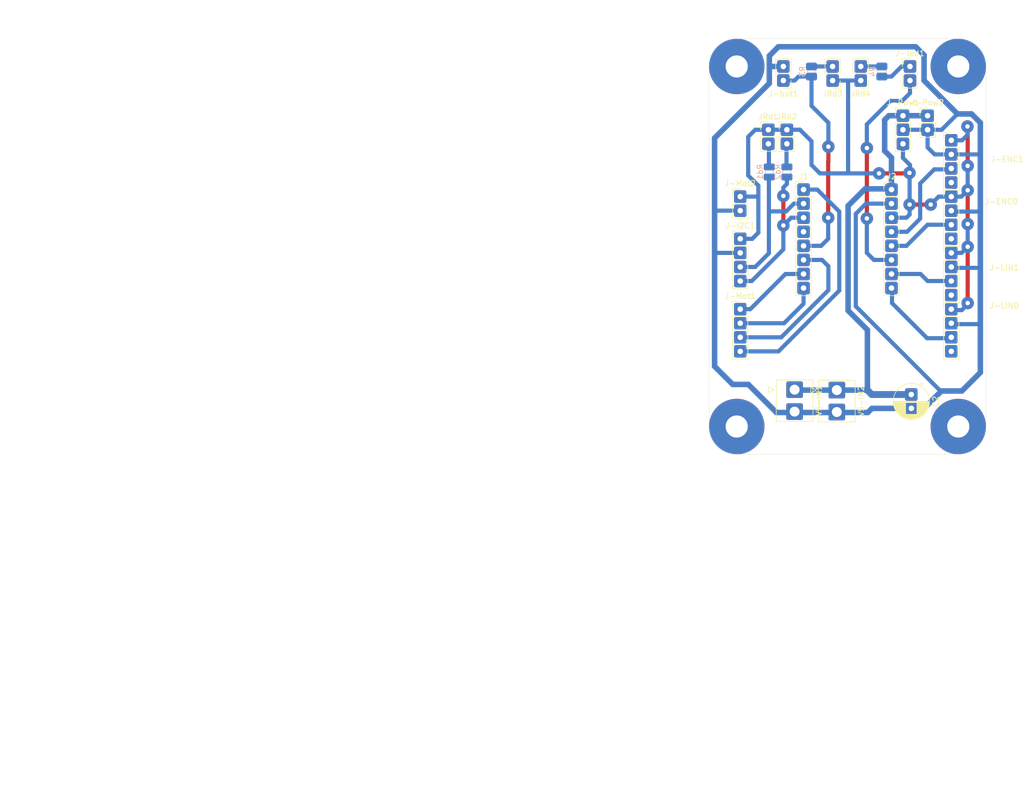
<source format=kicad_pcb>
(kicad_pcb
	(version 20241229)
	(generator "pcbnew")
	(generator_version "9.0")
	(general
		(thickness 1.6)
		(legacy_teardrops no)
	)
	(paper "A4")
	(layers
		(0 "F.Cu" signal)
		(2 "B.Cu" signal)
		(9 "F.Adhes" user "F.Adhesive")
		(11 "B.Adhes" user "B.Adhesive")
		(13 "F.Paste" user)
		(15 "B.Paste" user)
		(5 "F.SilkS" user "F.Silkscreen")
		(7 "B.SilkS" user "B.Silkscreen")
		(1 "F.Mask" user)
		(3 "B.Mask" user)
		(17 "Dwgs.User" user "User.Drawings")
		(19 "Cmts.User" user "User.Comments")
		(21 "Eco1.User" user "User.Eco1")
		(23 "Eco2.User" user "User.Eco2")
		(25 "Edge.Cuts" user)
		(27 "Margin" user)
		(31 "F.CrtYd" user "F.Courtyard")
		(29 "B.CrtYd" user "B.Courtyard")
		(35 "F.Fab" user)
		(33 "B.Fab" user)
	)
	(setup
		(stackup
			(layer "F.SilkS"
				(type "Top Silk Screen")
			)
			(layer "F.Paste"
				(type "Top Solder Paste")
			)
			(layer "F.Mask"
				(type "Top Solder Mask")
				(thickness 0.01)
			)
			(layer "F.Cu"
				(type "copper")
				(thickness 0.035)
			)
			(layer "dielectric 1"
				(type "core")
				(thickness 1.51)
				(material "FR4")
				(epsilon_r 4.5)
				(loss_tangent 0.02)
			)
			(layer "B.Cu"
				(type "copper")
				(thickness 0.035)
			)
			(layer "B.Mask"
				(type "Bottom Solder Mask")
				(thickness 0.01)
			)
			(layer "B.Paste"
				(type "Bottom Solder Paste")
			)
			(layer "B.SilkS"
				(type "Bottom Silk Screen")
			)
			(copper_finish "None")
			(dielectric_constraints no)
		)
		(pad_to_mask_clearance 0)
		(allow_soldermask_bridges_in_footprints no)
		(tenting front back)
		(aux_axis_origin 120 45)
		(grid_origin 120 45)
		(pcbplotparams
			(layerselection 0x00000000_00000000_55555555_57555555)
			(plot_on_all_layers_selection 0x00000000_00000000_00000000_00000000)
			(disableapertmacros no)
			(usegerberextensions yes)
			(usegerberattributes yes)
			(usegerberadvancedattributes yes)
			(creategerberjobfile yes)
			(dashed_line_dash_ratio 12.000000)
			(dashed_line_gap_ratio 3.000000)
			(svgprecision 6)
			(plotframeref no)
			(mode 1)
			(useauxorigin no)
			(hpglpennumber 1)
			(hpglpenspeed 20)
			(hpglpendiameter 15.000000)
			(pdf_front_fp_property_popups yes)
			(pdf_back_fp_property_popups yes)
			(pdf_metadata yes)
			(pdf_single_document no)
			(dxfpolygonmode yes)
			(dxfimperialunits yes)
			(dxfusepcbnewfont yes)
			(psnegative no)
			(psa4output no)
			(plot_black_and_white yes)
			(sketchpadsonfab no)
			(plotpadnumbers no)
			(hidednponfab no)
			(sketchdnponfab yes)
			(crossoutdnponfab yes)
			(subtractmaskfromsilk no)
			(outputformat 1)
			(mirror no)
			(drillshape 0)
			(scaleselection 1)
			(outputdirectory "GERBER/")
		)
	)
	(net 0 "")
	(net 1 "/GND")
	(net 2 "/SCL")
	(net 3 "/SDA")
	(net 4 "Net-(JRd1-Pin_2)")
	(net 5 "Net-(JRd2-Pin_2)")
	(net 6 "/3.3v")
	(net 7 "/D-ENC0")
	(net 8 "/A-ENC0")
	(net 9 "/A-ENC1")
	(net 10 "/D-ENC1")
	(net 11 "/D-LIN0")
	(net 12 "/A-LIN0")
	(net 13 "/D-LIN1")
	(net 14 "/A-LIN1")
	(net 15 "/OUT4")
	(net 16 "/OUT2")
	(net 17 "/OUT1")
	(net 18 "unconnected-(J1-Pin_4-Pad4)")
	(net 19 "/OUT3")
	(net 20 "/5v")
	(net 21 "/BUT")
	(net 22 "Net-(J-led1-Pin_1)")
	(net 23 "/LED")
	(net 24 "Net-(JRd3-Pin_2)")
	(net 25 "Net-(JRd4-Pin_2)")
	(footprint "Connector_PinHeader_2.54mm:PinHeader_1x08_P2.54mm_Vertical" (layer "F.Cu") (at 197.94 67.225))
	(footprint "Connector_PinHeader_2.54mm:PinHeader_1x04_P2.54mm_Vertical" (layer "F.Cu") (at 170.635 88.815))
	(footprint "Connector_PinHeader_2.54mm:PinHeader_1x02_P2.54mm_Vertical" (layer "F.Cu") (at 201.28 45))
	(footprint "Connector_PinHeader_2.54mm:PinHeader_1x02_P2.54mm_Vertical" (layer "F.Cu") (at 192.39 47.54 180))
	(footprint "Connector_TE-Connectivity:TE_826576-2_1x02_P3.96mm_Vertical" (layer "F.Cu") (at 180.4475 103.35 -90))
	(footprint "Connector_PinHeader_2.54mm:PinHeader_1x04_P2.54mm_Vertical" (layer "F.Cu") (at 208.735 78.655))
	(footprint "Connector_PinHeader_2.54mm:PinHeader_1x03_P2.54mm_Vertical" (layer "F.Cu") (at 200.01 53.89))
	(footprint "Connector_PinHeader_2.54mm:PinHeader_1x04_P2.54mm_Vertical" (layer "F.Cu") (at 208.735 58.335))
	(footprint "Connector_PinHeader_2.54mm:PinHeader_1x02_P2.54mm_Vertical" (layer "F.Cu") (at 187.31 47.545 180))
	(footprint "Connector_PinHeader_2.54mm:PinHeader_1x02_P2.54mm_Vertical" (layer "F.Cu") (at 179.055 56.425))
	(footprint "Capacitor_THT:CP_Radial_D6.3mm_P2.50mm" (layer "F.Cu") (at 201.52 104.222621 -90))
	(footprint "Connector_PinHeader_2.54mm:PinHeader_1x02_P2.54mm_Vertical" (layer "F.Cu") (at 178.42 47.54 180))
	(footprint "Connector_PinHeader_2.54mm:PinHeader_1x04_P2.54mm_Vertical" (layer "F.Cu") (at 208.735 68.495))
	(footprint "Connector_PinHeader_2.54mm:PinHeader_1x02_P2.54mm_Vertical" (layer "F.Cu") (at 170.635 68.49))
	(footprint "Connector_PinHeader_2.54mm:PinHeader_1x02_P2.54mm_Vertical" (layer "F.Cu") (at 204.455 53.89))
	(footprint "Connector_PinHeader_2.54mm:PinHeader_1x08_P2.54mm_Vertical" (layer "F.Cu") (at 182.065 67.225))
	(footprint "Connector_TE-Connectivity:TE_826576-2_1x02_P3.96mm_Vertical" (layer "F.Cu") (at 188.0675 103.425 -90))
	(footprint "Connector_PinHeader_2.54mm:PinHeader_1x02_P2.54mm_Vertical" (layer "F.Cu") (at 175.715 56.43))
	(footprint "Connector_PinHeader_2.54mm:PinHeader_1x04_P2.54mm_Vertical" (layer "F.Cu") (at 208.735 88.815))
	(footprint "Connector_PinHeader_2.54mm:PinHeader_1x04_P2.54mm_Vertical" (layer "F.Cu") (at 170.635 76.115))
	(footprint "Resistor_SMD:R_0805_2012Metric" (layer "B.Cu") (at 196.2 45.9125 -90))
	(footprint "Resistor_SMD:R_0805_2012Metric" (layer "B.Cu") (at 183.5 45.9125 -90))
	(footprint "Resistor_SMD:R_0805_2012Metric" (layer "B.Cu") (at 179.055 64.05 -90))
	(footprint "Resistor_SMD:R_0805_2012Metric" (layer "B.Cu") (at 175.88 64.05 -90))
	(gr_line
		(start 215.001 45)
		(end 215 110)
		(stroke
			(width 0.05)
			(type default)
		)
		(layer "Edge.Cuts")
		(uuid "2191f232-33f2-48d3-a625-9469d5f51a2b")
	)
	(gr_line
		(start 170 40)
		(end 210.099954 40)
		(stroke
			(width 0.05)
			(type default)
		)
		(layer "Edge.Cuts")
		(uuid "6e4bad8a-d196-4bac-ac4f-f150e8f3a4b2")
	)
	(gr_line
		(start 210 115)
		(end 170 115)
		(stroke
			(width 0.05)
			(type default)
		)
		(layer "Edge.Cuts")
		(uuid "9e7597f9-1426-4174-b0b7-d75f436bf227")
	)
	(gr_arc
		(start 215 110)
		(mid 213.535534 113.535534)
		(end 210 115)
		(stroke
			(width 0.05)
			(type default)
		)
		(layer "Edge.Cuts")
		(uuid "9f332125-60a4-40f4-9862-189e3d0d9c2b")
	)
	(gr_arc
		(start 165 45)
		(mid 166.464466 41.464466)
		(end 170 40)
		(stroke
			(width 0.05)
			(type default)
		)
		(layer "Edge.Cuts")
		(uuid "a28ffb0c-270d-467e-b206-bc42133977b5")
	)
	(gr_arc
		(start 210.1 40)
		(mid 213.571421 41.499293)
		(end 215.001 45)
		(stroke
			(width 0.05)
			(type default)
		)
		(layer "Edge.Cuts")
		(uuid "af5fb0cf-7d1a-48ac-810f-47172fadee1e")
	)
	(gr_arc
		(start 170 115)
		(mid 166.464466 113.535534)
		(end 165 110)
		(stroke
			(width 0.05)
			(type default)
		)
		(layer "Edge.Cuts")
		(uuid "b6cc943f-d3cc-4559-b61c-16de650d8674")
	)
	(gr_line
		(start 165 110)
		(end 165 45)
		(stroke
			(width 0.05)
			(type default)
		)
		(layer "Edge.Cuts")
		(uuid "e29e415f-0d0c-4a36-955d-14ebb13b3a64")
	)
	(gr_text " DIP\nSwitch"
		(at 88 141 0)
		(layer "B.Fab")
		(uuid "0190c752-12ec-42cb-bf90-80f408c302e3")
		(effects
			(font
				(size 1 1)
				(thickness 0.15)
			)
			(justify left bottom)
		)
	)
	(gr_text "USB"
		(at 87 175 0)
		(layer "B.Fab")
		(uuid "04eb5153-713d-4a66-a32c-df3d14258c71")
		(effects
			(font
				(size 1 1)
				(thickness 0.15)
			)
			(justify left bottom)
		)
	)
	(gr_text "Trimmer"
		(at 53 175 0)
		(layer "B.Fab")
		(uuid "0e555d0e-89cb-4c4d-aae7-c85c44917945")
		(effects
			(font
				(size 1 1)
				(thickness 0.15)
			)
			(justify left bottom)
		)
	)
	(gr_text "-"
		(at 38 148 0)
		(layer "B.Fab")
		(uuid "0ee9e050-4dd3-4d9c-9526-af2feb668b8e")
		(effects
			(font
				(size 1 1)
				(thickness 0.15)
			)
			(justify left bottom)
		)
	)
	(gr_text "-"
		(at 46 148 0)
		(layer "B.Fab")
		(uuid "118cd3a5-c1f8-4a3a-932a-02e12713c131")
		(effects
			(font
				(size 1 1)
				(thickness 0.15)
			)
			(justify left bottom)
		)
	)
	(gr_text "Vin"
		(at 37 151 0)
		(layer "B.Fab")
		(uuid "13f49b13-734e-48b5-8475-390f83db09bf")
		(effects
			(font
				(size 1 1)
				(thickness 0.15)
			)
			(justify left bottom)
		)
	)
	(gr_text "Button\nBuzzer"
		(at 99 164 0)
		(layer "B.Fab")
		(uuid "1a7132ff-276b-4802-897d-dcd99a31c9f8")
		(effects
			(font
				(size 1 1)
				(thickness 0.15)
			)
			(justify left bottom)
		)
	)
	(gr_text "USB"
		(at 84 170 0)
		(layer "B.Fab")
		(uuid "2a714229-650b-4e2c-9ccb-fae5a97a717a")
		(effects
			(font
				(size 1 1)
				(thickness 0.15)
			)
			(justify left bottom)
		)
	)
	(gr_text "IN_A0"
		(at 54 148 0)
		(layer "B.Fab")
		(uuid "3c66cd25-9cb9-4883-9dca-9d6e30fde303")
		(effects
			(font
				(size 1 1)
				(thickness 0.15)
			)
			(justify left bottom)
		)
	)
	(gr_text "Driver Motor"
		(at 49 140 0)
		(layer "B.Fab")
		(uuid "47158ef1-1923-4461-aef0-73e71afe622e")
		(effects
			(font
				(size 1 1)
				(thickness 0.15)
			)
			(justify left bottom)
		)
	)
	(gr_text "Jb\n"
		(at 93 169 0)
		(layer "B.Fab")
		(uuid "71a676a2-5b03-4022-9c92-48eea32d3a40")
		(effects
			(font
				(size 1 1)
				(thickness 0.15)
			)
			(justify left bottom)
		)
	)
	(gr_text "USB"
		(at 70 137 0)
		(layer "B.Fab")
		(uuid "7552d04a-22be-44b0-b4da-13f988f8b2ed")
		(effects
			(font
				(size 1 1)
				(thickness 0.15)
			)
			(justify left bottom)
		)
	)
	(gr_text "USB"
		(at 44 161 0)
		(layer "B.Fab")
		(uuid "7ad9e054-77d2-4f89-8faf-22fe9447327c")
		(effects
			(font
				(size 1 1)
				(thickness 0.15)
			)
			(justify left bottom)
		)
	)
	(gr_text "+"
		(at 38 153 0)
		(layer "B.Fab")
		(uuid "8140464b-0d29-4313-97a8-b5a8849d3f79")
		(effects
			(font
				(size 1 1)
				(thickness 0.15)
			)
			(justify left bottom)
		)
	)
	(gr_text "+"
		(at 46 153 0)
		(layer "B.Fab")
		(uuid "8e1ebe55-89f9-4785-9dd5-9b184e04ebbd")
		(effects
			(font
				(size 1 1)
				(thickness 0.15)
			)
			(justify left bottom)
		)
	)
	(gr_text "LED1"
		(at 84 163 0)
		(layer "B.Fab")
		(uuid "94d674b0-d9d5-4105-8f66-e7d19966e330")
		(effects
			(font
				(size 1 1)
				(thickness 0.15)
			)
			(justify left bottom)
		)
	)
	(gr_text "IN_A7"
		(at 54 166 0)
		(layer "B.Fab")
		(uuid "97184344-60b1-4cbe-b51d-930eb6ae4eaf")
		(effects
			(font
				(size 1 1)
				(thickness 0.15)
			)
			(justify left bottom)
		)
	)
	(gr_text "LED0"
		(at 84 152 0)
		(layer "B.Fab")
		(uuid "aad65467-5c13-4b2c-8ce1-7ed89bf1f09d")
		(effects
			(font
				(size 1 1)
				(thickness 0.15)
			)
			(justify left bottom)
		)
	)
	(gr_text "Arduino\n Nano"
		(at 69 159 0)
		(layer "B.Fab")
		(uuid "c21fc501-acd5-49c6-830b-70659a8f8d50")
		(effects
			(font
				(size 1 1)
				(thickness 0.15)
			)
			(justify left bottom)
		)
	)
	(gr_text "Vin"
		(at 45 151 0)
		(layer "B.Fab")
		(uuid "d77298f9-849b-4726-b5f4-928e4ef79033")
		(effects
			(font
				(size 1 1)
				(thickness 0.15)
			)
			(justify left bottom)
		)
	)
	(gr_text "Start"
		(at 86 158 0)
		(layer "B.Fab")
		(uuid "ebc76540-321b-4689-92f2-58de813f82f6")
		(effects
			(font
				(size 1 1)
				(thickness 0.15)
			)
			(justify left bottom)
		)
	)
	(gr_text "Button"
		(at 99 152 0)
		(layer "B.Fab")
		(uuid "f6f3271a-a862-4147-8a2b-907ac36845de")
		(effects
			(font
				(size 1 1)
				(thickness 0.15)
			)
			(justify left bottom)
		)
	)
	(dimension
		(type orthogonal)
		(layer "Dwgs.User")
		(uuid "73a88e18-5a42-4d01-9b46-36468ab52c88")
		(pts
			(xy 170 115) (xy 170 40)
		)
		(height -10)
		(orientation 1)
		(format
			(prefix "")
			(suffix "")
			(units 3)
			(units_format 1)
			(precision 4)
		)
		(style
			(thickness 0.1)
			(arrow_length 1.27)
			(text_position_mode 0)
			(arrow_direction outward)
			(extension_height 0.58642)
			(extension_offset 0.5)
			(keep_text_aligned yes)
		)
		(gr_text "75,0000 mm"
			(at 158.85 77.5 90)
			(layer "Dwgs.User")
			(uuid "73a88e18-5a42-4d01-9b46-36468ab52c88")
			(effects
				(font
					(size 1 1)
					(thickness 0.15)
				)
			)
		)
	)
	(dimension
		(type orthogonal)
		(layer "Dwgs.User")
		(uuid "b747e801-d06a-42f4-aed6-ab66f27d509a")
		(pts
			(xy 215 40) (xy 190.049977 40)
		)
		(height -2.5)
		(orientation 0)
		(format
			(prefix "")
			(suffix "")
			(units 3)
			(units_format 1)
			(precision 4)
		)
		(style
			(thickness 0.1)
			(arrow_length 1.27)
			(text_position_mode 0)
			(arrow_direction outward)
			(extension_height 0.58642)
			(extension_offset 0.5)
			(keep_text_aligned yes)
		)
		(gr_text "24,9500 mm"
			(at 202.524988 36.35 0)
			(layer "Dwgs.User")
			(uuid "b747e801-d06a-42f4-aed6-ab66f27d509a")
			(effects
				(font
					(size 1 1)
					(thickness 0.15)
				)
			)
		)
	)
	(dimension
		(type orthogonal)
		(layer "Dwgs.User")
		(uuid "dce64270-5832-42b0-8b0b-5f19051a9838")
		(pts
			(xy 165 45) (xy 215 45)
		)
		(height -10)
		(orientation 0)
		(format
			(prefix "")
			(suffix "")
			(units 3)
			(units_format 1)
			(precision 4)
		)
		(style
			(thickness 0.1)
			(arrow_length 1.27)
			(text_position_mode 0)
			(arrow_direction outward)
			(extension_height 0.58642)
			(extension_offset 0.5)
			(keep_text_aligned yes)
		)
		(gr_text "50,0000 mm"
			(at 190 33.85 0)
			(layer "Dwgs.User")
			(uuid "dce64270-5832-42b0-8b0b-5f19051a9838")
			(effects
				(font
					(size 1 1)
					(thickness 0.15)
				)
			)
		)
	)
	(via
		(at 210 45)
		(size 10)
		(drill 4)
		(layers "F.Cu" "B.Cu")
		(net 0)
		(uuid "2858a30d-bc3d-4f49-b732-4e4583461dc3")
	)
	(via
		(at 210 110)
		(size 10)
		(drill 4)
		(layers "F.Cu" "B.Cu")
		(net 0)
		(uuid "3797d0a7-ce70-494d-8f3d-d92418868c39")
	)
	(via
		(at 170 110)
		(size 10)
		(drill 4)
		(layers "F.Cu" "B.Cu")
		(net 0)
		(uuid "4c82ee14-be7a-4656-b2d1-5f7722ea39ef")
	)
	(via
		(at 170 45)
		(size 10)
		(drill 4)
		(layers "F.Cu" "B.Cu")
		(net 0)
		(uuid "e3aa95fa-67d3-44fe-88a3-8b2140034033")
	)
	(segment
		(start 204.455 59.605)
		(end 204.455 56.43)
		(width 0.75)
		(layer "B.Cu")
		(net 1)
		(uuid "05fd38de-ef7e-4a53-ae5a-de16937b2639")
	)
	(segment
		(start 193.332158 69.765)
		(end 197.94 69.765)
		(width 0.75)
		(layer "B.Cu")
		(net 1)
		(uuid "06ae1f3e-d481-4709-b677-915fd4b5dfe6")
	)
	(segment
		(start 178.42 45)
		(end 176.001 45)
		(width 1)
		(layer "B.Cu")
		(net 1)
		(uuid "0c19d0c1-2f96-47c5-ad99-5883cfcf0cf2")
	)
	(segment
		(start 206.925 103.585)
		(end 210.64 103.585)
		(width 1)
		(layer "B.Cu")
		(net 1)
		(uuid "182e8970-60f0-4137-9a7f-74b21c9e48ca")
	)
	(segment
		(start 206.925 103.585)
		(end 206.925 103.617)
		(width 0.75)
		(layer "B.Cu")
		(net 1)
		(uuid "29739ec4-9e4d-4b49-b4f5-8405245eddd6")
	)
	(segment
		(start 177.155 107.47)
		(end 172.089 102.404)
		(width 1)
		(layer "B.Cu")
		(net 1)
		(uuid "2e0cb6d2-360c-43fa-94ad-5165eb881b96")
	)
	(segment
		(start 166.0075 57.9205)
		(end 175.88 48.048)
		(width 1)
		(layer "B.Cu")
		(net 1)
		(uuid "2f9ef9d8-6d57-4552-8739-cbd35b44cf11")
	)
	(segment
		(start 172.089 102.404)
		(end 169.276 102.404)
		(width 1)
		(layer "B.Cu")
		(net 1)
		(uuid "3053e504-328d-4eee-9df7-5fc0529d4b51")
	)
	(segment
		(start 191.494 71.603158)
		(end 193.332158 69.765)
		(width 0.75)
		(layer "B.Cu")
		(net 1)
		(uuid "3f80e568-bae4-4dd4-8a59-5d7758ea084a")
	)
	(segment
		(start 170.635 71.03)
		(end 166.0125 71.03)
		(width 0.75)
		(layer "B.Cu")
		(net 1)
		(uuid "43835cd2-51b8-4edf-ac05-ad4939c868d9")
	)
	(segment
		(start 166.0075 99.1355)
		(end 166.0075 78.655)
		(width 1)
		(layer "B.Cu")
		(net 1)
		(uuid "44d7407e-4a72-4b0a-bcd0-e8111c5299fc")
	)
	(segment
		(start 204.455 56.43)
		(end 206.995 56.43)
		(width 0.75)
		(layer "B.Cu")
		(net 1)
		(uuid "4e89f41f-08c9-49d2-bd29-01a3e38632ff")
	)
	(segment
		(start 166.0125 71.03)
		(end 166.0075 71.035)
		(width 0.75)
		(layer "B.Cu")
		(net 1)
		(uuid "4f2d4dfd-c478-4bc6-85fb-468644763686")
	)
	(segment
		(start 206.925 103.585)
		(end 206.779 103.585)
		(width 0.75)
		(layer "B.Cu")
		(net 1)
		(uuid "537f9a13-53fe-425b-aac3-6d58fa52b2dd")
	)
	(segment
		(start 208.735 60.875)
		(end 205.725 60.875)
		(width 0.75)
		(layer "B.Cu")
		(net 1)
		(uuid "5652ff4d-54f7-46bc-a661-0954b5c3ce6a")
	)
	(segment
		(start 169.276 102.404)
		(end 166.0075 99.1355)
		(width 1)
		(layer "B.Cu")
		(net 1)
		(uuid "5a491cce-7600-4118-a979-ba67315eef6c")
	)
	(segment
		(start 175.88 48.048)
		(end 175.88 43.095)
		(width 1)
		(layer "B.Cu")
		(net 1)
		(uuid "5f8da36c-9bac-4440-824c-0596e4e5b7aa")
	)
	(segment
		(start 166.0075 78.655)
		(end 166.0075 71.035)
		(width 1)
		(layer "B.Cu")
		(net 1)
		(uuid "63f0c2c4-9039-4a9b-a778-fc1765917476")
	)
	(segment
		(start 206.925 103.617)
		(end 203.819379 106.722621)
		(width 1)
		(layer "B.Cu")
		(net 1)
		(uuid "665de32b-219f-4c9b-b490-51ef2abce622")
	)
	(segment
		(start 202.296 41.444)
		(end 203.82 42.968)
		(width 1)
		(layer "B.Cu")
		(net 1)
		(uuid "68ee71b8-fb11-458f-8ada-0c45cd526177")
	)
	(segment
		(start 203.819379 106.722621)
		(end 201.52 106.722621)
		(width 1)
		(layer "B.Cu")
		(net 1)
		(uuid "6b0f6981-3795-4816-b18b-2660a465d37e")
	)
	(segment
		(start 208.83 81.36)
		(end 213.91 81.36)
		(width 0.75)
		(layer "B.Cu")
		(net 1)
		(uuid "6c835152-fe0a-4ce5-bb3e-af07ec302652")
	)
	(segment
		(start 206.995 56.43)
		(end 209.8525 53.5725)
		(width 0.75)
		(layer "B.Cu")
		(net 1)
		(uuid "6f12f288-284f-4570-9dac-a70f21333bd8")
	)
	(segment
		(start 201.52 106.722621)
		(end 194.421379 106.722621)
		(width 1)
		(layer "B.Cu")
		(net 1)
		(uuid "72fd5b9e-b172-44cb-99c1-1f5fb395f737")
	)
	(segment
		(start 213.98 55.16)
		(end 212.3925 53.5725)
		(width 1)
		(layer "B.Cu")
		(net 1)
		(uuid "78c52cc4-71dd-4a7b-9f4c-9753f7304ef8")
	)
	(segment
		(start 208.83 91.52)
		(end 213.91 91.52)
		(width 0.75)
		(layer "B.Cu")
		(net 1)
		(uuid "7f9dd923-2422-49eb-a7a8-2fe9251413cd")
	)
	(segment
		(start 208.83 71.2)
		(end 213.91 71.2)
		(width 0.75)
		(layer "B.Cu")
		(net 1)
		(uuid "83fb9e48-1463-469e-a7c8-d8d4f26614a5")
	)
	(segment
		(start 203.82 42.968)
		(end 203.82 47.54)
		(width 1)
		(layer "B.Cu")
		(net 1)
		(uuid "843ada17-1b78-4742-a919-854381f3b8cc")
	)
	(segment
		(start 193.674 107.47)
		(end 177.155 107.47)
		(width 1)
		(layer "B.Cu")
		(net 1)
		(uuid "85260fac-e2a0-4809-b88d-f64573375137")
	)
	(segment
		(start 203.82 47.54)
		(end 209.8525 53.5725)
		(width 1)
		(layer "B.Cu")
		(net 1)
		(uuid "8d4da064-3de4-42bb-bc7b-c08ffb572719")
	)
	(segment
		(start 166.0075 71.035)
		(end 166.0075 57.9205)
		(width 1)
		(layer "B.Cu")
		(net 1)
		(uuid "90abd967-b1b2-4603-9665-7998b7314b55")
	)
	(segment
		(start 206.779 103.585)
		(end 191.494 88.3)
		(width 0.75)
		(layer "B.Cu")
		(net 1)
		(uuid "afcf74b9-989e-4ae0-84d0-923b55d3fa20")
	)
	(segment
		(start 208.735 60.875)
		(end 213.745 60.875)
		(width 0.75)
		(layer "B.Cu")
		(net 1)
		(uuid "ba63ff9e-153b-48d8-9585-3039862b45dc")
	)
	(segment
		(start 191.494 88.3)
		(end 191.494 71.603158)
		(width 0.75)
		(layer "B.Cu")
		(net 1)
		(uuid "bb27b607-4b93-496a-aca0-fba9758d05a7")
	)
	(segment
		(start 212.3925 53.5725)
		(end 209.8525 53.5725)
		(width 1)
		(layer "B.Cu")
		(net 1)
		(uuid "bc785cae-84c6-494a-a143-5c2e9d12926a")
	)
	(segment
		(start 204.455 56.43)
		(end 200.01 56.43)
		(width 0.75)
		(layer "B.Cu")
		(net 1)
		(uuid "bcbe2b01-e717-4fe8-affc-4bddaaa9a2ce")
	)
	(segment
		(start 210.64 103.585)
		(end 213.98 100.245)
		(width 1)
		(layer "B.Cu")
		(net 1)
		(uuid "be71c938-f5f7-4ff2-8484-801f036952a7")
	)
	(segment
		(start 175.88 43.095)
		(end 177.531 41.444)
		(width 1)
		(layer "B.Cu")
		(net 1)
		(uuid "c9f358d4-77a7-45ba-9268-6b2b8fdde8f9")
	)
	(segment
		(start 205.725 60.875)
		(end 204.455 59.605)
		(width 0.75)
		(layer "B.Cu")
		(net 1)
		(uuid "d7ba45fe-405d-4572-82bb-38103caa4539")
	)
	(segment
		(start 194.421379 106.722621)
		(end 193.674 107.47)
		(width 1)
		(layer "B.Cu")
		(net 1)
		(uuid "d98a81cd-95ce-4fad-91a5-bf19bc69ed8d")
	)
	(segment
		(start 213.98 100.245)
		(end 213.98 55.16)
		(width 1)
		(layer "B.Cu")
		(net 1)
		(uuid "dbdef9d5-f301-4ee3-ab5b-48fe395fce0d")
	)
	(segment
		(start 170.635 78.655)
		(end 166.0075 78.655)
		(width 0.75)
		(layer "B.Cu")
		(net 1)
		(uuid "f09d92bd-6a17-4a6f-b0df-93c749734829")
	)
	(segment
		(start 177.531 41.444)
		(end 202.296 41.444)
		(width 1)
		(layer "B.Cu")
		(net 1)
		(uuid "fa701c02-0d59-4e8c-8b65-9e5c582c6a53")
	)
	(segment
		(start 178.42 68.368)
		(end 178.42 73.702)
		(width 0.75)
		(layer "F.Cu")
		(net 2)
		(uuid "0dc23297-a6b6-4ae7-99bd-1e170b5ba04b")
	)
	(via
		(at 178.42 73.702)
		(size 2.25)
		(drill 0.8)
		(layers "F.Cu" "B.Cu")
		(net 2)
		(uuid "56538e26-5350-4aa5-9471-273bd73da7d5")
	)
	(via
		(at 178.42 68.368)
		(size 2.25)
		(drill 0.8)
		(layers "F.Cu" "B.Cu")
		(net 2)
		(uuid "e5de0f3c-adae-41ff-8dc1-8a635b6c5f53")
	)
	(segment
		(start 179.055 64.9625)
		(end 179.055 66.209)
		(width 0.75)
		(layer "B.Cu")
		(net 2)
		(uuid "10ce4b7a-5ac8-464c-bc3d-e2cec6323529")
	)
	(segment
		(start 179.055 66.209)
		(end 178.42 66.844)
		(width 0.75)
		(layer "B.Cu")
		(net 2)
		(uuid "1f4d06f6-d596-40ea-8b8b-aca4c2b188da")
	)
	(segment
		(start 178.42 66.844)
		(end 178.42 68.368)
		(width 0.75)
		(layer "B.Cu")
		(net 2)
		(uuid "1f50758d-175c-4e27-a1ed-328a0f210f5e")
	)
	(segment
		(start 182.065 72.305)
		(end 179.817 72.305)
		(width 0.75)
		(layer "B.Cu")
		(net 2)
		(uuid "63ab163f-250e-45c5-926d-64ce9096252a")
	)
	(segment
		(start 178.985 65.0325)
		(end 179.055 64.9625)
		(width 0.75)
		(layer "B.Cu")
		(net 2)
		(uuid "7b3452eb-8d97-4a26-9db3-635cdf5a7799")
	)
	(segment
		(start 179.817 72.305)
		(end 178.42 73.702)
		(width 0.75)
		(layer "B.Cu")
		(net 2)
		(uuid "bcaa75a2-932d-4ff7-ae4c-7d5a72ab2497")
	)
	(segment
		(start 178.42 78.02)
		(end 172.705 83.735)
		(width 0.75)
		(layer "B.Cu")
		(net 2)
		(uuid "c5652daf-7ca1-4a08-a15e-327a65962b93")
	)
	(segment
		(start 172.705 83.735)
		(end 170.635 83.735)
		(width 0.75)
		(layer "B.Cu")
		(net 2)
		(uuid "e2fa48ba-0c51-4a0d-829e-b862bf9784aa")
	)
	(segment
		(start 178.42 73.702)
		(end 178.42 78.02)
		(width 0.75)
		(layer "B.Cu")
		(net 2)
		(uuid "e5df3244-7425-4d25-82e4-64ddf41d356b")
	)
	(segment
		(start 180.325 69.765)
		(end 178.928 71.162)
		(width 0.75)
		(layer "B.Cu")
		(net 3)
		(uuid "078eaf5a-d4cb-4d67-96ec-b28da277bd26")
	)
	(segment
		(start 175.81 69.765)
		(end 175.81 64.77)
		(width 0.75)
		(layer "B.Cu")
		(net 3)
		(uuid "22a0bff5-7080-499e-b193-53df42f4cfa5")
	)
	(segment
		(start 173.34 81.195)
		(end 175.81 78.725)
		(width 0.75)
		(layer "B.Cu")
		(net 3)
		(uuid "4cb42674-bc87-4a30-99d5-7b21a1389b86")
	)
	(segment
		(start 175.81 71.162)
		(end 175.81 69.765)
		(width 0.75)
		(layer "B.Cu")
		(net 3)
		(uuid "617a1981-2611-4174-9372-3cd230523f7e")
	)
	(segment
		(start 170.635 81.195)
		(end 173.34 81.195)
		(width 0.75)
		(layer "B.Cu")
		(net 3)
		(uuid "7dcccffa-3bc9-4fda-b827-c1f278519e44")
	)
	(segment
		(start 182.065 69.765)
		(end 180.325 69.765)
		(width 0.75)
		(layer "B.Cu")
		(net 3)
		(uuid "a50aa81e-605f-47f9-bfc6-8440ffec386f")
	)
	(segment
		(start 175.81 78.725)
		(end 175.81 71.162)
		(width 0.75)
		(layer "B.Cu")
		(net 3)
		(uuid "e031f119-1c66-4b54-8d51-cfb6fad1da0c")
	)
	(segment
		(start 178.928 71.162)
		(end 175.81 71.162)
		(width 0.75)
		(layer "B.Cu")
		(net 3)
		(uuid "ecf15123-6bb6-45bb-b916-8c0cbd797b60")
	)
	(segment
		(start 175.81 62.945)
		(end 175.81 59.13)
		(width 0.75)
		(layer "B.Cu")
		(net 4)
		(uuid "15114c4e-4373-494e-965b-4b5323b13c2f")
	)
	(segment
		(start 178.985 62.945)
		(end 178.985 59.13)
		(width 0.75)
		(layer "B.Cu")
		(net 5)
		(uuid "0ee1e609-8c69-47e1-bb19-3c5481c4062b")
	)
	(segment
		(start 211.694 77.55)
		(end 211.694 87.71)
		(width 0.75)
		(layer "F.Cu")
		(net 6)
		(uuid "0854c6b6-4c4c-4501-a67d-a4d864f87c34")
	)
	(segment
		(start 211.694 55.879204)
		(end 211.651898 55.837102)
		(width 0.75)
		(layer "F.Cu")
		(net 6)
		(uuid "28a44f8c-d715-4ee2-aba6-c856bb52d46c")
	)
	(segment
		(start 205.02 69.93)
		(end 201.21 69.93)
		(width 0.75)
		(layer "F.Cu")
		(net 6)
		(uuid "33e10cb3-c0ce-4aae-a721-faeed373d944")
	)
	(segment
		(start 211.694 62.945)
		(end 211.694 55.879204)
		(width 0.75)
		(layer "F.Cu")
		(net 6)
		(uuid "5ed5b94d-be94-40f3-8651-4c5e4651b1d7")
	)
	(segment
		(start 211.694 73.448)
		(end 211.694 67.352)
		(width 0.75)
		(layer "F.Cu")
		(net 6)
		(uuid "5f494f20-3b1c-4349-a278-18ede1a5220f")
	)
	(segment
		(start 201.102 64.304)
		(end 195.692 64.304)
		(width 0.75)
		(layer "F.Cu")
		(net 6)
		(uuid "c524f9f8-a464-4e28-971c-3f74db53cf0c")
	)
	(segment
		(start 201.191 64.215)
		(end 201.102 64.304)
		(width 0.75)
		(layer "F.Cu")
		(net 6)
		(uuid "ee2ab531-c05b-456c-a917-c6a06e2125f4")
	)
	(via
		(at 211.694 73.448)
		(size 2.25)
		(drill 0.8)
		(layers "F.Cu" "B.Cu")
		(net 6)
		(uuid "0137dfff-4f59-4435-93be-faf43e1d6945")
	)
	(via
		(at 205.02 69.93)
		(size 2.25)
		(drill 0.8)
		(layers "F.Cu" "B.Cu")
		(net 6)
		(uuid "417bf640-b827-444d-8154-003c3c78c661")
	)
	(via
		(at 201.191 64.215)
		(size 2.25)
		(drill 0.8)
		(layers "F.Cu" "B.Cu")
		(net 6)
		(uuid "4188a7c5-79bb-4854-bef8-1068af55c025")
	)
	(via
		(at 211.694 67.352)
		(size 2.25)
		(drill 0.8)
		(layers "F.Cu" "B.Cu")
		(net 6)
		(uuid "48e65b8a-cd41-4b80-8dfa-f9900e2e21a2")
	)
	(via
		(at 201.21 69.93)
		(size 2.25)
		(drill 0.8)
		(layers "F.Cu" "B.Cu")
		(net 6)
		(uuid "4eca3cef-1d40-41eb-bd92-2e3345e6bcfb")
	)
	(via
		(at 211.651898 55.837102)
		(size 2.25)
		(drill 0.8)
		(layers "F.Cu" "B.Cu")
		(net 6)
		(uuid "58e0650d-690f-4e50-90e1-e85461952d1c")
	)
	(via
		(at 211.694 77.55)
		(size 2.25)
		(drill 0.8)
		(layers "F.Cu" "B.Cu")
		(net 6)
		(uuid "8fea8c9d-3b5a-40ae-bfb3-e46a980ff47a")
	)
	(via
		(at 211.694 87.71)
		(size 2.25)
		(drill 0.8)
		(layers "F.Cu" "B.Cu")
		(net 6)
		(uuid "b11980ff-f243-4204-a0c2-6b757b65369e")
	)
	(via
		(at 211.694 62.945)
		(size 2.25)
		(drill 0.8)
		(layers "F.Cu" "B.Cu")
		(net 6)
		(uuid "e195e328-c447-439d-924a-d47ee334de76")
	)
	(via
		(at 195.692 64.304)
		(size 2.25)
		(drill 0.8)
		(layers "F.Cu" "B.Cu")
		(net 6)
		(uuid "f01bb8de-7607-4f7a-adfb-5a61ccd43bf3")
	)
	(segment
		(start 211.694 87.71)
		(end 211.694 87.926)
		(width 0.75)
		(layer "B.Cu")
		(net 6)
		(uuid "043605e3-0ff2-4291-a75f-0e4f5d81477a")
	)
	(segment
		(start 208.735 78.655)
		(end 210.589 78.655)
		(width 0.75)
		(layer "B.Cu")
		(net 6)
		(uuid "05d9eaa6-3adb-4368-b967-6df7ac3ba3ef")
	)
	(segment
		(start 192.385 47.545)
		(end 192.39 47.54)
		(width 0.75)
		(layer "B.Cu")
		(net 6)
		(uuid "0cdc6260-bc37-4177-80fb-4b16b3d02e82")
	)
	(segment
		(start 201.21 64.304)
		(end 201.21 69.93)
		(width 0.75)
		(layer "B.Cu")
		(net 6)
		(uuid "112ede3a-93cf-4c74-ac89-6fb7b32ac306")
	)
	(segment
		(start 173.905 66.52)
		(end 172.07 64.685)
		(width 0.75)
		(layer "B.Cu")
		(net 6)
		(uuid "1d415f77-82f1-40f3-9127-bbbc839e9142")
	)
	(segment
		(start 187.31 47.545)
		(end 190.104 47.545)
		(width 0.75)
		(layer "B.Cu")
		(net 6)
		(uuid "1e489114-6112-46fb-ba81-4208887960f8")
	)
	(segment
		(start 210.551 68.495)
		(end 211.694 67.352)
		(width 0.75)
		(layer "B.Cu")
		(net 6)
		(uuid "204a8242-fc40-4fdf-aaff-01cef3153acc")
	)
	(segment
		(start 201.191 64.215)
		(end 201.28 64.126)
		(width 0.75)
		(layer "B.Cu")
		(net 6)
		(uuid "2477a4d6-a502-4fe3-9b50-c4c21307c5ea")
	)
	(segment
		(start 190.104 47.545)
		(end 190.104 64.304)
		(width 0.75)
		(layer "B.Cu")
		(net 6)
		(uuid "2aa67af1-dc45-4c1e-88e5-7e4d77dee2b2")
	)
	(segment
		(start 181.425 56.425)
		(end 178.89 56.425)
		(width 0.75)
		(layer "B.Cu")
		(net 6)
		(uuid "3966ca08-4ec2-4cac-9fae-f85df0cc0082")
	)
	(segment
		(start 190.104 47.545)
		(end 192.385 47.545)
		(width 0.75)
		(layer "B.Cu")
		(net 6)
		(uuid "3ee78a64-52dc-4d38-803f-a09025735397")
	)
	(segment
		(start 208.735 68.495)
		(end 210.551 68.495)
		(width 0.75)
		(layer "B.Cu")
		(net 6)
		(uuid "429dafb9-20bb-4c1a-a133-a08eb4a2d752")
	)
	(segment
		(start 211.694 67.352)
		(end 211.694 62.945)
		(width 0.75)
		(layer "B.Cu")
		(net 6)
		(uuid "44e2bf58-1e7a-40bd-b9ac-49676491c725")
	)
	(segment
		(start 173.9 68.49)
		(end 173.905 68.495)
		(width 0.75)
		(layer "B.Cu")
		(net 6)
		(uuid "47a43045-1c62-4285-82f4-dd9e5e545046")
	)
	(segment
		(start 201.21 71.74)
		(end 200.645 72.305)
		(width 0.75)
		(layer "B.Cu")
		(net 6)
		(uuid "5118a7d9-8886-4f99-abe1-e6dc135defc0")
	)
	(segment
		(start 200.645 72.305)
		(end 197.94 72.305)
		(width 0.75)
		(layer "B.Cu")
		(net 6)
		(uuid "52f618cd-11b6-4d61-a17c-d87f1e02a25c")
	)
	(segment
		(start 210.64 88.98)
		(end 208.83 88.98)
		(width 0.75)
		(layer "B.Cu")
		(net 6)
		(uuid "627a0f29-a5fd-4b86-bd16-422633068896")
	)
	(segment
		(start 173.905 68.495)
		(end 173.905 66.52)
		(width 0.75)
		(layer "B.Cu")
		(net 6)
		(uuid "6f1fd29d-b492-4e92-a658-b5d12a326353")
	)
	(segment
		(start 195.692 64.304)
		(end 190.104 64.304)
		(width 0.75)
		(layer "B.Cu")
		(net 6)
		(uuid "76381898-1f71-4fa1-ad93-a2dbc1579cfa")
	)
	(segment
		(start 190.104 64.304)
		(end 185.024 64.304)
		(width 0.75)
		(layer "B.Cu")
		(net 6)
		(uuid "794ab56d-7ff3-47e6-b825-b9f832134fde")
	)
	(segment
		(start 201.21 69.93)
		(end 201.21 71.74)
		(width 0.75)
		(layer "B.Cu")
		(net 6)
		(uuid "7d0f1ac8-a430-47b7-90de-dfb4f7f5d030")
	)
	(segment
		(start 200.01 61.51)
		(end 200.01 58.97)
		(width 0.75)
		(layer "B.Cu")
		(net 6)
		(uuid "8845c28d-ee12-4807-b966-62ad12e6931e")
	)
	(segment
		(start 210.678 58.335)
		(end 208.735 58.335)
		(width 0.75)
		(layer "B.Cu")
		(net 6)
		(uuid "8ae623ab-f522-4bd7-8635-3839ac640e01")
	)
	(segment
		(start 179.055 56.425)
		(end 175.72 56.425)
		(width 0.75)
		(layer "B.Cu")
		(net 6)
		(uuid "95c67880-b776-4d51-bf7f-1db370575eb4")
	)
	(segment
		(start 183.5 62.78)
		(end 183.5 58.5)
		(width 0.75)
		(layer "B.Cu")
		(net 6)
		(uuid "96896ebb-dbeb-412d-8efe-b0528db6604f")
	)
	(segment
		(start 201.28 62.78)
		(end 200.01 61.51)
		(width 0.75)
		(layer "B.Cu")
		(net 6)
		(uuid "a0e6f120-e8fd-4be2-9fbc-f00221e32ded")
	)
	(segment
		(start 211.651898 57.361102)
		(end 210.678 58.335)
		(width 0.75)
		(layer "B.Cu")
		(net 6)
		(uuid "a5712b75-d519-40fa-b0b4-da2b9279359b")
	)
	(segment
		(start 173.34 56.43)
		(end 175.715 56.43)
		(width 0.75)
		(layer "B.Cu")
		(net 6)
		(uuid "b3c56652-03bf-48fc-bb9b-e6e901bf487b")
	)
	(segment
		(start 185.024 64.304)
		(end 183.5 62.78)
		(width 0.75)
		(layer "B.Cu")
		(net 6)
		(uuid "b4174816-e143-42ba-b5e4-1cc29822dc7a")
	)
	(segment
		(start 208.735 68.495)
		(end 206.455 68.495)
		(width 0.75)
		(layer "B.Cu")
		(net 6)
		(uuid "b86652c1-e2d5-491e-b69d-7183a753ac1c")
	)
	(segment
		(start 210.589 78.655)
		(end 211.694 77.55)
		(width 0.75)
		(layer "B.Cu")
		(net 6)
		(uuid "c091e3a0-dc28-4f27-8a91-04b092c3dfae")
	)
	(segment
		(start 173.905 75.01)
		(end 173.905 68.495)
		(width 0.75)
		(layer "B.Cu")
		(net 6)
		(uuid "c709824c-164b-41e6-a4a1-786d5f4c4f5e")
	)
	(segment
		(start 206.455 68.495)
		(end 205.02 69.93)
		(width 0.75)
		(layer "B.Cu")
		(net 6)
		(uuid "c74ef619-9c50-4574-9038-38fbbeb8819b")
	)
	(segment
		(start 211.694 87.926)
		(end 210.64 88.98)
		(width 0.75)
		(layer "B.Cu")
		(net 6)
		(uuid "cc6a8fa8-1539-4d4d-b49e-f401a6358751")
	)
	(segment
		(start 172.8 76.115)
		(end 173.905 75.01)
		(width 0.75)
		(layer "B.Cu")
		(net 6)
		(uuid "cff8d4d4-a06c-4acb-af3d-bd610d860a5c")
	)
	(segment
		(start 172.07 57.7)
		(end 173.34 56.43)
		(width 0.75)
		(layer "B.Cu")
		(net 6)
		(uuid "d40c2d54-ab03-422d-a133-73918085aa79")
	)
	(segment
		(start 201.28 64.126)
		(end 201.28 62.78)
		(width 0.75)
		(layer "B.Cu")
		(net 6)
		(uuid "d81067b7-9c36-4072-9300-9629469cd566")
	)
	(segment
		(start 175.72 56.425)
		(end 175.715 56.43)
		(width 0.75)
		(layer "B.Cu")
		(net 6)
		(uuid "ec27b7bb-029f-4d4b-8e31-d01b13b6fd18")
	)
	(segment
		(start 170.635 76.115)
		(end 172.8 76.115)
		(width 0.75)
		(layer "B.Cu")
		(net 6)
		(uuid "ee75027a-0194-4986-8561-b1d16579c30e")
	)
	(segment
		(start 183.5 58.5)
		(end 181.425 56.425)
		(width 0.75)
		(layer "B.Cu")
		(net 6)
		(uuid "f03dc8dd-132b-4e69-9f50-7863d688183b")
	)
	(segment
		(start 170.635 68.49)
		(end 173.9 68.49)
		(width 0.75)
		(layer "B.Cu")
		(net 6)
		(uuid "f0b3d860-7715-49fd-9fae-12be4b3230d2")
	)
	(segment
		(start 211.651898 55.837102)
		(end 211.651898 57.361102)
		(width 0.75)
		(layer "B.Cu")
		(net 6)
		(uuid "f71c102d-7dbd-420c-aa77-5f0405aac9bb")
	)
	(segment
		(start 172.07 64.685)
		(end 172.07 57.7)
		(width 0.75)
		(layer "B.Cu")
		(net 6)
		(uuid "f73a87ee-f6ab-4a0a-8b41-97e679c26a6f")
	)
	(segment
		(start 211.694 77.55)
		(end 211.694 73.448)
		(width 0.75)
		(layer "B.Cu")
		(net 6)
		(uuid "fdc141e1-a31e-46b5-a682-9e07ed5f5a9d")
	)
	(segment
		(start 200.645 77.385)
		(end 204.455 73.575)
		(width 0.75)
		(layer "B.Cu")
		(net 7)
		(uuid "21cd70e3-9b8b-484c-a728-d01be204cb6c")
	)
	(segment
		(start 197.94 77.385)
		(end 200.645 77.385)
		(width 0.75)
		(layer "B.Cu")
		(net 7)
		(uuid "337cc3f2-0f89-4570-980c-7d8e53e18a90")
	)
	(segment
		(start 204.455 73.575)
		(end 208.735 73.575)
		(width 0.75)
		(layer "B.Cu")
		(net 7)
		(uuid "c09358f4-5184-40cc-94d8-480636f13a0e")
	)
	(segment
		(start 205.655 63.58)
		(end 208.83 63.58)
		(width 0.75)
		(layer "B.Cu")
		(net 10)
		(uuid "1e96ef28-ff6c-4cd9-9465-99aef1e6c486")
	)
	(segment
		(start 200.74 74.845)
		(end 203.115 72.47)
		(width 0.75)
		(layer "B.Cu")
		(net 10)
		(uuid "2054eeed-ea3a-4a97-8024-957e2af2352c")
	)
	(segment
		(start 203.115 66.12)
		(end 205.655 63.58)
		(width 0.75)
		(layer "B.Cu")
		(net 10)
		(uuid "4577f93a-9886-48d9-97fd-9038bdee61fb")
	)
	(segment
		(start 203.115 72.47)
		(end 203.115 66.12)
		(width 0.75)
		(layer "B.Cu")
		(net 10)
		(uuid "52e01975-5460-4fca-a80b-23feba1a093c")
	)
	(segment
		(start 197.94 74.845)
		(end 200.74 74.845)
		(width 0.75)
		(layer "B.Cu")
		(net 10)
		(uuid "da7e5874-f47d-425d-943a-1d18d38d45bd")
	)
	(segment
		(start 198.035 87.729)
		(end 198.035 85.17)
		(width 0.75)
		(layer "B.Cu")
		(net 11)
		(uuid "3357b291-3ff6-4d4c-ba09-3b0748babeac")
	)
	(segment
		(start 204.366 94.06)
		(end 198.035 87.729)
		(width 0.75)
		(layer "B.Cu")
		(net 11)
		(uuid "44dce55b-4917-4326-91c0-442ed58a97de")
	)
	(segment
		(start 208.83 94.06)
		(end 204.366 94.06)
		(width 0.75)
		(layer "B.Cu")
		(net 11)
		(uuid "6574c0b2-8fc2-4625-8061-015771085a05")
	)
	(segment
		(start 203.185 82.465)
		(end 197.94 82.465)
		(width 0.75)
		(layer "B.Cu")
		(net 13)
		(uuid "1033428f-562a-4033-bbcd-8fb0b446b330")
	)
	(segment
		(start 208.735 83.735)
		(end 204.455 83.735)
		(width 0.75)
		(layer "B.Cu")
		(net 13)
		(uuid "127ea734-17b5-4b1b-8704-df0bbf13785f")
	)
	(segment
		(start 204.455 83.735)
		(end 203.185 82.465)
		(width 0.75)
		(layer "B.Cu")
		(net 13)
		(uuid "6df3a875-7a5c-4f11-83e5-54df5cb38ea4")
	)
	(segment
		(start 184.535 67.225)
		(end 188.51 71.2)
		(width 0.75)
		(layer "B.Cu")
		(net 15)
		(uuid "0574098d-b699-40ae-8c16-001c2eec7fdc")
	)
	(segment
		(start 188.51 85.456)
		(end 177.531 96.435)
		(width 0.75)
		(layer "B.Cu")
		(net 15)
		(uuid "4e77a834-0640-4fd4-b98c-05a38746c023")
	)
	(segment
		(start 182.065 67.225)
		(end 184.535 67.225)
		(width 0.75)
		(layer "B.Cu")
		(net 15)
		(uuid "b29021df-0270-4692-a12e-e75c0d6c75e6")
	)
	(segment
		(start 177.531 96.435)
		(end 170.635 96.435)
		(width 0.75)
		(layer "B.Cu")
		(net 15)
		(uuid "e6342348-d2b1-46e8-9deb-604c8c6dd0a4")
	)
	(segment
		(start 188.51 71.2)
		(end 188.51 85.456)
		(width 0.75)
		(layer "B.Cu")
		(net 15)
		(uuid "f74cfcd3-30c8-4a3b-90c9-239a37f75b79")
	)
	(segment
		(start 182.065 87.837)
		(end 182.065 85.005)
		(width 0.75)
		(layer "B.Cu")
		(net 16)
		(uuid "1b1d5d97-fe8e-4678-a238-7555ca73dedb")
	)
	(segment
		(start 178.547 91.355)
		(end 182.065 87.837)
		(width 0.75)
		(layer "B.Cu")
		(net 16)
		(uuid "bcc75237-f232-436d-85ce-a51914928e21")
	)
	(segment
		(start 170.635 91.355)
		(end 178.547 91.355)
		(width 0.75)
		(layer "B.Cu")
		(net 16)
		(uuid "fb86bb49-2ba1-4090-bce7-7111cc222506")
	)
	(segment
		(start 182.065 82.465)
		(end 178.801 82.465)
		(width 0.75)
		(layer "B.Cu")
		(net 17)
		(uuid "05a51a0e-ec49-465e-b67b-1d910c8d6e89")
	)
	(segment
		(start 172.451 88.815)
		(end 170.635 88.815)
		(width 0.75)
		(layer "B.Cu")
		(net 17)
		(uuid "9dc41ec1-bf3f-45b3-a8e4-95d2432ed4de")
	)
	(segment
		(start 178.801 82.465)
		(end 172.451 88.815)
		(width 0.75)
		(layer "B.Cu")
		(net 17)
		(uuid "b0092e5c-083f-4ff5-ab65-ea7d81ca6761")
	)
	(segment
		(start 186.548 85.386)
		(end 186.548 81.068)
		(width 0.75)
		(layer "B.Cu")
		(net 19)
		(uuid "0724152f-1683-482b-9a6b-d9618998bf49")
	)
	(segment
		(start 178.039 93.895)
		(end 186.548 85.386)
		(width 0.75)
		(layer "B.Cu")
		(net 19)
		(uuid "655d46ed-ccae-4026-a10f-29e2de0866ee")
	)
	(segment
		(start 170.635 93.895)
		(end 178.039 93.895)
		(width 0.75)
		(layer "B.Cu")
		(net 19)
		(uuid "ac570f98-eb4c-4a03-a4b2-3a45ce1e2bb3")
	)
	(segment
		(start 185.405 79.925)
		(end 182.065 79.925)
		(width 0.75)
		(layer "B.Cu")
		(net 19)
		(uuid "f1a966b8-f7d7-47b2-876a-f11f07afdde5")
	)
	(segment
		(start 186.548 81.068)
		(end 185.405 79.925)
		(width 0.75)
		(layer "B.Cu")
		(net 19)
		(uuid "ffaa2d6f-3985-46e5-8e05-fdf2df1aa55e")
	)
	(segment
		(start 188.0675 103.425)
		(end 180.5225 103.425)
		(width 1)
		(layer "B.Cu")
		(net 20)
		(uuid "04680aef-056d-44ee-a477-af8b646e0f90")
	)
	(segment
		(start 197.743 67.098)
		(end 193.160818 67.098)
		(width 1)
		(layer "B.Cu")
		(net 20)
		(uuid "172c0dc7-9f62-4c9d-934d-bf6eb9c30c45")
	)
	(segment
		(start 196.708 54.652)
		(end 196.708 60.24)
		(width 1)
		(layer "B.Cu")
		(net 20)
		(uuid "3708f448-1875-4465-b7c1-aa2f54bd31ca")
	)
	(segment
		(start 193.59 92.555)
		(end 193.59 103.42)
		(width 1)
		(layer "B.Cu")
		(net 20)
		(uuid "52160d3b-7f28-4c37-872d-47c87d3eb9c9")
	)
	(segment
		(start 204.455 53.89)
		(end 200.01 53.89)
		(width 1)
		(layer "B.Cu")
		(net 20)
		(uuid "57aeeeb5-21a2-4bbe-bbea-ea51651355d9")
	)
	(segment
		(start 180.5225 103.425)
		(end 180.4475 103.35)
		(width 0.75)
		(layer "B.Cu")
		(net 20)
		(uuid "72ca4c1f-e186-4bd3-afb9-d1f83aa63dbe")
	)
	(segment
		(start 194.382621 104.222621)
		(end 193.585 103.425)
		(width 1.25)
		(layer "B.Cu")
		(net 20)
		(uuid "7c6b9c75-c6aa-47e8-b540-88f38e83fa92")
	)
	(segment
		(start 193.160818 67.098)
		(end 190.104 70.154818)
		(width 1)
		(layer "B.Cu")
		(net 20)
		(uuid "9139aacc-20d5-4288-adb2-cf3b07f1eded")
	)
	(segment
		(start 190.104 89.069)
		(end 193.59 92.555)
		(width 1)
		(layer "B.Cu")
		(net 20)
		(uuid "986f95d0-d5c0-43c5-963e-d09fb5080bfa")
	)
	(segment
		(start 197.94 61.472)
		(end 197.94 67.225)
		(width 1)
		(layer "B.Cu")
		(net 20)
		(uuid "9dd1a8e0-8766-4bb1-a8f0-5c9b364ad018")
	)
	(segment
		(start 197.47 53.89)
		(end 196.708 54.652)
		(width 1)
		(layer "B.Cu")
		(net 20)
		(uuid "b2d4bd99-dd9d-41d0-9615-8d2985889309")
	)
	(segment
		(start 201.52 104.222621)
		(end 194.382621 104.222621)
		(width 1.25)
		(layer "B.Cu")
		(net 20)
		(uuid "e1686f6a-1381-4b8f-b256-6a1a5081a869")
	)
	(segment
		(start 196.708 60.24)
		(end 197.94 61.472)
		(width 1)
		(layer "B.Cu")
		(net 20)
		(uuid "ed7d4cfe-a303-451f-a8ea-1cf47ba3b115")
	)
	(segment
		(start 188.0675 103.425)
		(end 193.585 103.425)
		(width 1)
		(layer "B.Cu")
		(net 20)
		(uuid "ee1328bb-ceb5-4dc3-aa7c-b49221897167")
	)
	(segment
		(start 193.59 103.42)
		(end 193.585 103.425)
		(width 1)
		(layer "B.Cu")
		(net 20)
		(uuid "efa4269a-6aa4-46bb-b2e8-40866c004b7d")
	)
	(segment
		(start 200.01 53.89)
		(end 197.47 53.89)
		(width 1)
		(layer "B.Cu")
		(net 20)
		(uuid "f923fd59-2649-4214-9b0f-288d221a8958")
	)
	(segment
		(start 190.104 70.154818)
		(end 190.104 89.069)
		(width 1)
		(layer "B.Cu")
		(net 20)
		(uuid "fc9d26c5-b653-41f8-be26-d840be41b5de")
	)
	(segment
		(start 186.548 59.478)
		(end 186.548 62.127826)
		(width 0.75)
		(layer "F.Cu")
		(net 21)
		(uuid "271f5767-3593-47fb-8a46-b4ba95483226")
	)
	(segment
		(start 186.51 62.165826)
		(end 186.51 72.305)
		(width 0.75)
		(layer "F.Cu")
		(net 21)
		(uuid "49852c56-56e9-41d1-891b-02251158b509")
	)
	(segment
		(start 186.548 62.127826)
		(end 186.51 62.165826)
		(width 0.75)
		(layer "F.Cu")
		(net 21)
		(uuid "859f6e90-d388-43c4-ac4f-19f6ef918b17")
	)
	(via
		(at 186.51 72.305)
		(size 2.25)
		(drill 0.8)
		(layers "F.Cu" "B.Cu")
		(net 21)
		(uuid "7f3c127f-80e9-4f13-86b5-83b435242b31")
	)
	(via
		(at 186.548 59.478)
		(size 2.25)
		(drill 0.8)
		(layers "F.Cu" "B.Cu")
		(net 21)
		(uuid "e2b4f16b-7f67-4e7a-b3ba-0a6c550ba920")
	)
	(segment
		(start 186.548 55.16)
		(end 183.5 52.112)
		(width 0.75)
		(layer "B.Cu")
		(net 21)
		(uuid "2ea77b68-5069-4a70-b3ae-a343c1d3a988")
	)
	(segment
		(start 180.452 47.54)
		(end 181.167 46.825)
		(width 0.75)
		(layer "B.Cu")
		(net 21)
		(uuid "30bdf35f-e640-40b4-8bbf-bd9770d12a24")
	)
	(segment
		(start 186.51 76.115)
		(end 186.51 72.305)
		(width 0.75)
		(layer "B.Cu")
		(net 21)
		(uuid "747c419a-1d8f-4a1a-94fc-4302bd1815d1")
	)
	(segment
		(start 182.065 77.385)
		(end 185.24 77.385)
		(width 0.75)
		(layer "B.Cu")
		(net 21)
		(uuid "84a880b2-5a5f-4104-b6c7-61cd68726a5c")
	)
	(segment
		(start 185.24 77.385)
		(end 186.51 76.115)
		(width 0.75)
		(layer "B.Cu")
		(net 21)
		(uuid "99e76899-8724-4f4f-bebe-0d3ad8eef6fc")
	)
	(segment
		(start 183.5 52.112)
		(end 183.5 46.825)
		(width 0.75)
		(layer "B.Cu")
		(net 21)
		(uuid "d65d8376-3437-444b-bff9-8ce3fcd8e5f2")
	)
	(segment
		(start 186.548 59.478)
		(end 186.548 55.16)
		(width 0.75)
		(layer "B.Cu")
		(net 21)
		(uuid "e3522d77-7b00-48dd-bfed-250ab7d7dbaf")
	)
	(segment
		(start 181.167 46.825)
		(end 183.5 46.825)
		(width 0.75)
		(layer "B.Cu")
		(net 21)
		(uuid "e6678fdb-b8f8-4667-93a8-342d860ec672")
	)
	(segment
		(start 178.42 47.54)
		(end 180.452 47.54)
		(width 0.75)
		(layer "B.Cu")
		(net 21)
		(uuid "effc9640-677c-4915-9681-d7385fe293d2")
	)
	(segment
		(start 201.28 45)
		(end 199.756 45)
		(width 0.75)
		(layer "B.Cu")
		(net 22)
		(uuid "0745cdc3-5933-4868-83c0-2f77f9b623bf")
	)
	(segment
		(start 197.931 46.825)
		(end 196.2 46.825)
		(width 0.75)
		(layer "B.Cu")
		(net 22)
		(uuid "8db47e90-f83c-4f55-b714-1b2b1e4563bb")
	)
	(segment
		(start 199.756 45)
		(end 197.931 46.825)
		(width 0.75)
		(layer "B.Cu")
		(net 22)
		(uuid "d57d7ba3-c911-49fd-9090-e6fc19a123a2")
	)
	(segment
		(start 193.495 59.732)
		(end 193.495 72.432)
		(width 0.75)
		(layer "F.Cu")
		(net 23)
		(uuid "e738d623-c67c-40b1-8731-5b1236cf606a")
	)
	(via
		(at 193.495 72.432)
		(size 2.25)
		(drill 0.8)
		(layers "F.Cu" "B.Cu")
		(net 23)
		(uuid "796ee04b-86f3-40d5-bd82-14e7b3cf7cfa")
	)
	(via
		(at 193.495 59.732)
		(size 2.25)
		(drill 0.8)
		(layers "F.Cu" "B.Cu")
		(net 23)
		(uuid "c88af754-7a83-44e3-98a5-37b3fea0d566")
	)
	(segment
		(start 199.883 51.223)
		(end 197.724 51.223)
		(width 0.75)
		(layer "B.Cu")
		(net 23)
		(uuid "01202d10-b1f6-4f1b-896a-437d70f97961")
	)
	(segment
		(start 193.495 55.452)
		(end 193.495 59.732)
		(width 0.75)
		(layer "B.Cu")
		(net 23)
		(uuid "19feb8b8-3113-4ebb-9ebf-bf81a4086338")
	)
	(segment
		(start 193.495 78.655)
		(end 194.765 79.925)
		(width 0.75)
		(layer "B.Cu")
		(net 23)
		(uuid "2e860355-32eb-45a7-b524-7cafe788ee32")
	)
	(segment
		(start 201.28 47.54)
		(end 201.28 49.826)
		(width 0.75)
		(layer "B.Cu")
		(net 23)
		(uuid "2ffa9d1d-bbf1-4803-b419-c9cca1e74e6b")
	)
	(segment
		(start 201.28 49.826)
		(end 199.883 51.223)
		(width 0.75)
		(layer "B.Cu")
		(net 23)
		(uuid "32c55d0b-0b80-4066-8d35-57afab8fd764")
	)
	(segment
		(start 194.765 79.925)
		(end 197.94 79.925)
		(width 0.75)
		(layer "B.Cu")
		(net 23)
		(uuid "4d6cc97d-f9c7-487b-8b44-ec016c829ae4")
	)
	(segment
		(start 197.724 51.223)
		(end 193.495 55.452)
		(width 0.75)
		(layer "B.Cu")
		(net 23)
		(uuid "540ca997-15ea-40a7-961e-63844ef1e421")
	)
	(segment
		(start 193.495 72.432)
		(end 193.495 78.655)
		(width 0.75)
		(layer "B.Cu")
		(net 23)
		(uuid "6e45de94-4d6b-4762-bd76-48ac9d729502")
	)
	(segment
		(start 187.305 45)
		(end 187.31 45.005)
		(width 0.75)
		(layer "B.Cu")
		(net 24)
		(uuid "aa02641b-0006-45c0-bb0b-e5a854143610")
	)
	(segment
		(start 183.5 45)
		(end 187.305 45)
		(width 0.75)
		(layer "B.Cu")
		(net 24)
		(uuid "b59d5206-a5ec-49cb-a385-20dd90c3b17a")
	)
	(segment
		(start 192.39 45)
		(end 196.2 45)
		(width 0.75)
		(layer "B.Cu")
		(net 25)
		(uuid "51e3824c-99c4-4ba7-9730-f518a3972a87")
	)
	(embedded_fonts no)
)
87.305 45)
		(width 0.75)
		(layer "B.Cu")
		(net 24)
		(uuid "b59d5206-a5ec-49cb-a385-20dd90c3b17a")
	)
	(segment
		(start 192.39 45)
		(end 196.2 45)
		(width 0.75)
		(layer "B.Cu")
		(net 25)
		(uuid "51e3824c-99c4-4ba7-9730-f518a3972a87")
	)
	(embedded_fonts no)
)
ayer "F.SilkS")
			(uuid "c0c01e7a-ef19-4da0-bc30-dca2d28ac1e2")
		)
		(fp_line
			(start -1.77 -1.77)
			(end -1.77 4.32)
			(stroke
				(width 0.05)
				(type solid)
			)
			(layer "F.CrtYd")
	
... [107526 chars truncated]
</source>
